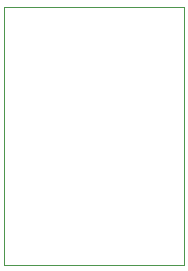
<source format=gbp>
G75*
%MOIN*%
%OFA0B0*%
%FSLAX24Y24*%
%IPPOS*%
%LPD*%
%AMOC8*
5,1,8,0,0,1.08239X$1,22.5*
%
%ADD10C,0.0000*%
D10*
X002767Y002767D02*
X002767Y011367D01*
X008740Y011367D01*
X008740Y002767D01*
X002767Y002767D01*
M02*

</source>
